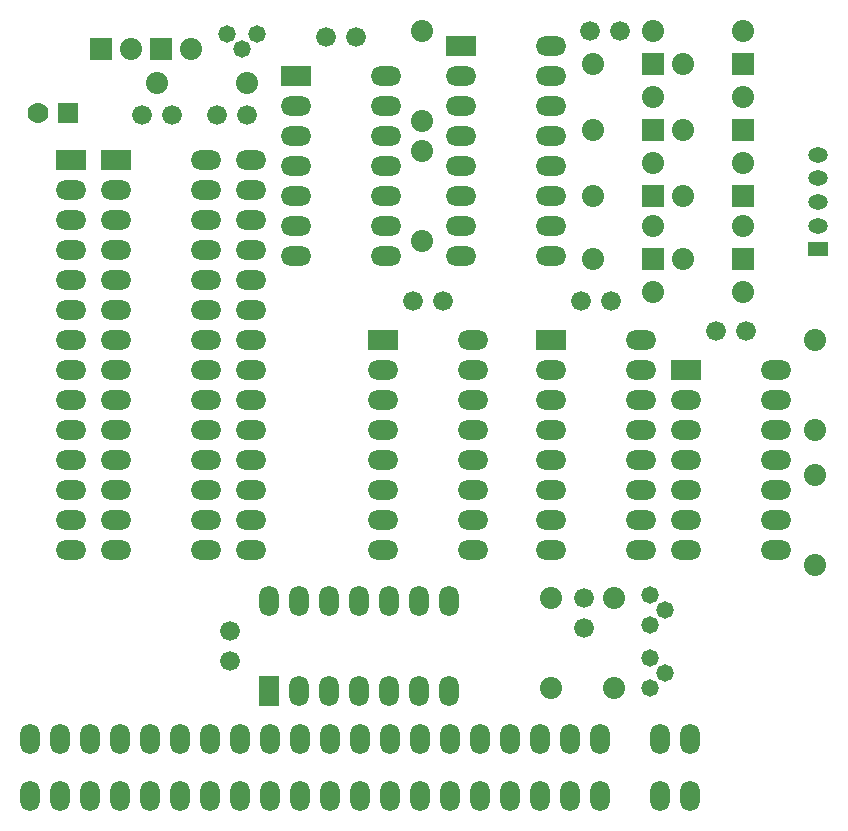
<source format=gbs>
G04*
G04 #@! TF.GenerationSoftware,Altium Limited,Altium Designer,20.2.5 (213)*
G04*
G04 Layer_Color=16711935*
%FSLAX25Y25*%
%MOIN*%
G70*
G04*
G04 #@! TF.SameCoordinates,E836E871-874D-4870-97CC-98E8EA56924C*
G04*
G04*
G04 #@! TF.FilePolarity,Negative*
G04*
G01*
G75*
%ADD14R,0.10142X0.06598*%
%ADD15O,0.10142X0.06598*%
%ADD16O,0.06598X0.10142*%
%ADD17R,0.06598X0.10142*%
%ADD18C,0.06598*%
%ADD19C,0.07386*%
%ADD20R,0.07386X0.07386*%
%ADD21C,0.05811*%
%ADD22O,0.06598X0.05024*%
%ADD23R,0.06598X0.05024*%
%ADD24C,0.06992*%
%ADD25R,0.06992X0.06992*%
%ADD26O,0.06598X0.10142*%
D14*
X95000Y248000D02*
D03*
X180000Y160000D02*
D03*
X124000Y160000D02*
D03*
X20000Y220000D02*
D03*
X35000D02*
D03*
X225000Y150000D02*
D03*
X150000Y258000D02*
D03*
D15*
X95000Y238000D02*
D03*
Y228000D02*
D03*
Y218000D02*
D03*
Y208000D02*
D03*
Y198000D02*
D03*
Y188000D02*
D03*
X125000Y208000D02*
D03*
Y198000D02*
D03*
Y188000D02*
D03*
Y248000D02*
D03*
Y238000D02*
D03*
Y228000D02*
D03*
Y218000D02*
D03*
X210000Y160000D02*
D03*
Y150000D02*
D03*
X180000Y150000D02*
D03*
Y140000D02*
D03*
Y130000D02*
D03*
Y120000D02*
D03*
Y110000D02*
D03*
Y100000D02*
D03*
X210000Y140000D02*
D03*
Y130000D02*
D03*
Y120000D02*
D03*
Y110000D02*
D03*
Y100000D02*
D03*
Y90000D02*
D03*
X180000Y90000D02*
D03*
X124000Y100000D02*
D03*
Y110000D02*
D03*
Y120000D02*
D03*
Y130000D02*
D03*
Y140000D02*
D03*
Y150000D02*
D03*
Y90000D02*
D03*
X154000Y110000D02*
D03*
Y120000D02*
D03*
Y130000D02*
D03*
Y140000D02*
D03*
Y90000D02*
D03*
Y100000D02*
D03*
Y150000D02*
D03*
Y160000D02*
D03*
X20000Y210000D02*
D03*
Y200000D02*
D03*
Y190000D02*
D03*
Y180000D02*
D03*
Y170000D02*
D03*
Y160000D02*
D03*
Y150000D02*
D03*
Y140000D02*
D03*
Y130000D02*
D03*
Y120000D02*
D03*
Y110000D02*
D03*
Y100000D02*
D03*
Y90000D02*
D03*
X80000Y220000D02*
D03*
Y210000D02*
D03*
Y200000D02*
D03*
Y190000D02*
D03*
Y180000D02*
D03*
Y170000D02*
D03*
Y160000D02*
D03*
Y150000D02*
D03*
Y140000D02*
D03*
Y130000D02*
D03*
Y120000D02*
D03*
Y110000D02*
D03*
Y100000D02*
D03*
Y90000D02*
D03*
X65000Y220000D02*
D03*
Y210000D02*
D03*
Y200000D02*
D03*
Y190000D02*
D03*
Y180000D02*
D03*
Y170000D02*
D03*
Y160000D02*
D03*
Y150000D02*
D03*
X35000D02*
D03*
Y140000D02*
D03*
Y130000D02*
D03*
Y120000D02*
D03*
Y110000D02*
D03*
Y100000D02*
D03*
Y90000D02*
D03*
Y160000D02*
D03*
Y170000D02*
D03*
Y180000D02*
D03*
Y190000D02*
D03*
Y200000D02*
D03*
Y210000D02*
D03*
X65000Y90000D02*
D03*
Y100000D02*
D03*
Y140000D02*
D03*
Y130000D02*
D03*
Y120000D02*
D03*
Y110000D02*
D03*
X225000Y140000D02*
D03*
Y130000D02*
D03*
Y120000D02*
D03*
Y110000D02*
D03*
Y100000D02*
D03*
Y90000D02*
D03*
X255000Y150000D02*
D03*
Y140000D02*
D03*
Y130000D02*
D03*
Y120000D02*
D03*
Y110000D02*
D03*
Y100000D02*
D03*
Y90000D02*
D03*
X150000Y188000D02*
D03*
X180000D02*
D03*
Y198000D02*
D03*
Y208000D02*
D03*
Y218000D02*
D03*
Y228000D02*
D03*
Y238000D02*
D03*
X150000Y198000D02*
D03*
Y208000D02*
D03*
Y218000D02*
D03*
Y228000D02*
D03*
Y238000D02*
D03*
Y248000D02*
D03*
X180000D02*
D03*
Y258000D02*
D03*
D16*
X146000Y73000D02*
D03*
X136000D02*
D03*
X126000D02*
D03*
X116000D02*
D03*
X106000D02*
D03*
X96000D02*
D03*
X86000D02*
D03*
X146000Y43000D02*
D03*
X136000D02*
D03*
X126000D02*
D03*
X116000D02*
D03*
X106000D02*
D03*
X96000D02*
D03*
D17*
X86000D02*
D03*
D18*
X73000Y63000D02*
D03*
Y53000D02*
D03*
X191000Y64000D02*
D03*
Y74000D02*
D03*
X190000Y173000D02*
D03*
X200000D02*
D03*
X105000Y261000D02*
D03*
X115000D02*
D03*
X235000Y163000D02*
D03*
X245000D02*
D03*
X134000Y173000D02*
D03*
X144000D02*
D03*
X203000Y263000D02*
D03*
X193000D02*
D03*
X68668Y234925D02*
D03*
X78668D02*
D03*
X43668Y235000D02*
D03*
X53668D02*
D03*
D19*
X224000Y252000D02*
D03*
X214000Y198000D02*
D03*
X244000D02*
D03*
X180000Y74000D02*
D03*
Y44000D02*
D03*
X60000Y257000D02*
D03*
X78668Y245539D02*
D03*
X48668D02*
D03*
X201000Y44000D02*
D03*
Y74000D02*
D03*
X137000Y193000D02*
D03*
Y223000D02*
D03*
X224000Y187000D02*
D03*
X224000Y230000D02*
D03*
Y208000D02*
D03*
X244000Y240782D02*
D03*
X214000D02*
D03*
X244000Y176000D02*
D03*
X214000D02*
D03*
X244000Y219000D02*
D03*
X214000D02*
D03*
X40000Y257000D02*
D03*
X214000Y263000D02*
D03*
X244000D02*
D03*
X268000Y115000D02*
D03*
Y85000D02*
D03*
Y130000D02*
D03*
Y160000D02*
D03*
X194000Y252000D02*
D03*
X194000Y187000D02*
D03*
Y230000D02*
D03*
X194000Y208000D02*
D03*
X137000Y263000D02*
D03*
Y233000D02*
D03*
D20*
X244000Y252000D02*
D03*
X50000Y257000D02*
D03*
X244000Y187000D02*
D03*
X244000Y230000D02*
D03*
Y208000D02*
D03*
X30000Y257000D02*
D03*
X214000Y252000D02*
D03*
X214000Y187000D02*
D03*
Y230000D02*
D03*
X214000Y208000D02*
D03*
D21*
X82000Y262000D02*
D03*
X77000Y257000D02*
D03*
X72000Y262000D02*
D03*
X213000Y54000D02*
D03*
X218000Y49000D02*
D03*
X213000Y44000D02*
D03*
Y75000D02*
D03*
X218000Y70000D02*
D03*
X213000Y65000D02*
D03*
D22*
X269000Y221622D02*
D03*
Y213748D02*
D03*
Y205874D02*
D03*
Y198000D02*
D03*
D23*
Y190126D02*
D03*
D24*
X9000Y235577D02*
D03*
D25*
X19000D02*
D03*
D26*
X6378Y7874D02*
D03*
X226378D02*
D03*
X216378D02*
D03*
X196378D02*
D03*
X186378D02*
D03*
X176378D02*
D03*
X166378D02*
D03*
X156378D02*
D03*
X146378D02*
D03*
X136378D02*
D03*
X126378D02*
D03*
X116378D02*
D03*
X106378D02*
D03*
X96378D02*
D03*
X86378D02*
D03*
X76378D02*
D03*
X66378D02*
D03*
X56378D02*
D03*
X46378D02*
D03*
X36378D02*
D03*
X26378D02*
D03*
X16378D02*
D03*
X226378Y26969D02*
D03*
X156378D02*
D03*
X146378D02*
D03*
X136378D02*
D03*
X126378D02*
D03*
X116378D02*
D03*
X106378D02*
D03*
X96378D02*
D03*
X86378D02*
D03*
X76378D02*
D03*
X66378D02*
D03*
X56378D02*
D03*
X46378D02*
D03*
X36378D02*
D03*
X26378D02*
D03*
X16378D02*
D03*
X166378D02*
D03*
X176378D02*
D03*
X186378D02*
D03*
X196378D02*
D03*
X216378D02*
D03*
X6378D02*
D03*
M02*

</source>
